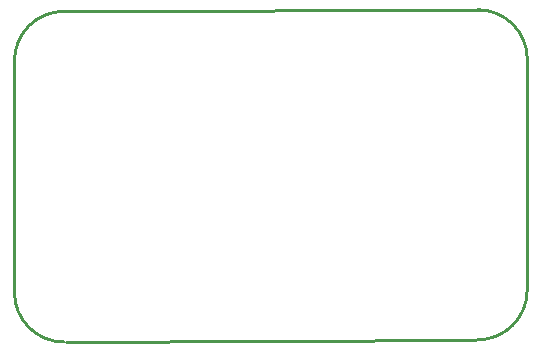
<source format=gko>
G04 Layer: BoardOutlineLayer*
G04 EasyEDA v6.4.31, 2022-02-21 10:24:03*
G04 30f33cc809fd450ca7eb4ca7eccbfc45,10*
G04 Gerber Generator version 0.2*
G04 Scale: 100 percent, Rotated: No, Reflected: No *
G04 Dimensions in millimeters *
G04 leading zeros omitted , absolute positions ,4 integer and 5 decimal *
%FSLAX45Y45*%
%MOMM*%

%ADD10C,0.2540*%
D10*
X4610100Y2819400D02*
G01*
X1132839Y2799079D01*
X1120139Y5600700D02*
G01*
X4648200Y5613400D01*
X5041900Y5207000D02*
G01*
X5041900Y3246998D01*
X700001Y3220001D02*
G01*
X700001Y5179999D01*
G75*
G01*
X1120000Y2799999D02*
G02*
X700001Y3220001I0J420000D01*
G75*
G01*
X700001Y5180000D02*
G02*
X1120000Y5599999I419999J0D01*
G75*
G01*
X4622800Y5613400D02*
G02*
X5042802Y5193401I3J-419999D01*
G75*
G01*
X5041900Y3238500D02*
G02*
X4621898Y2818498I-419999J-3D01*

%LPD*%
M02*

</source>
